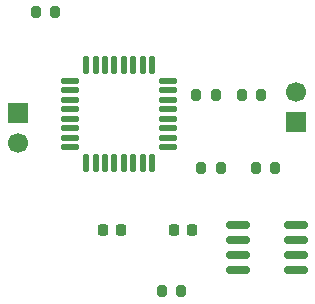
<source format=gbr>
%TF.GenerationSoftware,KiCad,Pcbnew,9.0.3*%
%TF.CreationDate,2025-11-11T20:03:35+05:30*%
%TF.ProjectId,mixed sig pcb(using microcontroller),6d697865-6420-4736-9967-207063622875,rev?*%
%TF.SameCoordinates,Original*%
%TF.FileFunction,Soldermask,Top*%
%TF.FilePolarity,Negative*%
%FSLAX46Y46*%
G04 Gerber Fmt 4.6, Leading zero omitted, Abs format (unit mm)*
G04 Created by KiCad (PCBNEW 9.0.3) date 2025-11-11 20:03:35*
%MOMM*%
%LPD*%
G01*
G04 APERTURE LIST*
G04 Aperture macros list*
%AMRoundRect*
0 Rectangle with rounded corners*
0 $1 Rounding radius*
0 $2 $3 $4 $5 $6 $7 $8 $9 X,Y pos of 4 corners*
0 Add a 4 corners polygon primitive as box body*
4,1,4,$2,$3,$4,$5,$6,$7,$8,$9,$2,$3,0*
0 Add four circle primitives for the rounded corners*
1,1,$1+$1,$2,$3*
1,1,$1+$1,$4,$5*
1,1,$1+$1,$6,$7*
1,1,$1+$1,$8,$9*
0 Add four rect primitives between the rounded corners*
20,1,$1+$1,$2,$3,$4,$5,0*
20,1,$1+$1,$4,$5,$6,$7,0*
20,1,$1+$1,$6,$7,$8,$9,0*
20,1,$1+$1,$8,$9,$2,$3,0*%
G04 Aperture macros list end*
%ADD10R,1.700000X1.700000*%
%ADD11C,1.700000*%
%ADD12RoundRect,0.200000X0.200000X0.275000X-0.200000X0.275000X-0.200000X-0.275000X0.200000X-0.275000X0*%
%ADD13RoundRect,0.200000X-0.200000X-0.275000X0.200000X-0.275000X0.200000X0.275000X-0.200000X0.275000X0*%
%ADD14RoundRect,0.137500X-0.600000X-0.137500X0.600000X-0.137500X0.600000X0.137500X-0.600000X0.137500X0*%
%ADD15RoundRect,0.137500X-0.137500X-0.600000X0.137500X-0.600000X0.137500X0.600000X-0.137500X0.600000X0*%
%ADD16RoundRect,0.218750X-0.218750X-0.256250X0.218750X-0.256250X0.218750X0.256250X-0.218750X0.256250X0*%
%ADD17RoundRect,0.150000X-0.825000X-0.150000X0.825000X-0.150000X0.825000X0.150000X-0.825000X0.150000X0*%
%ADD18RoundRect,0.225000X-0.225000X-0.250000X0.225000X-0.250000X0.225000X0.250000X-0.225000X0.250000X0*%
G04 APERTURE END LIST*
D10*
%TO.C,J2*%
X172000000Y-95075000D03*
D11*
X172000000Y-92535000D03*
%TD*%
D12*
%TO.C,R1*%
X151600000Y-85800000D03*
X149950000Y-85800000D03*
%TD*%
D10*
%TO.C,J1*%
X148400000Y-94325000D03*
D11*
X148400000Y-96865000D03*
%TD*%
D13*
%TO.C,R3*%
X163950000Y-99000000D03*
X165600000Y-99000000D03*
%TD*%
%TO.C,R2*%
X168550000Y-99000000D03*
X170200000Y-99000000D03*
%TD*%
D14*
%TO.C,U1*%
X152837500Y-91600000D03*
X152837500Y-92400000D03*
X152837500Y-93200000D03*
X152837500Y-94000000D03*
X152837500Y-94800000D03*
X152837500Y-95600000D03*
X152837500Y-96400000D03*
X152837500Y-97200000D03*
D15*
X154200000Y-98562500D03*
X155000000Y-98562500D03*
X155800000Y-98562500D03*
X156600000Y-98562500D03*
X157400000Y-98562500D03*
X158200000Y-98562500D03*
X159000000Y-98562500D03*
X159800000Y-98562500D03*
D14*
X161162500Y-97200000D03*
X161162500Y-96400000D03*
X161162500Y-95600000D03*
X161162500Y-94800000D03*
X161162500Y-94000000D03*
X161162500Y-93200000D03*
X161162500Y-92400000D03*
X161162500Y-91600000D03*
D15*
X159800000Y-90237500D03*
X159000000Y-90237500D03*
X158200000Y-90237500D03*
X157400000Y-90237500D03*
X156600000Y-90237500D03*
X155800000Y-90237500D03*
X155000000Y-90237500D03*
X154200000Y-90237500D03*
%TD*%
D13*
%TO.C,R4*%
X167400000Y-92800000D03*
X169050000Y-92800000D03*
%TD*%
D16*
%TO.C,FB1*%
X155625000Y-104200000D03*
X157200000Y-104200000D03*
%TD*%
D12*
%TO.C,R6*%
X162250000Y-109400000D03*
X160600000Y-109400000D03*
%TD*%
D17*
%TO.C,U2*%
X167050000Y-103790000D03*
X167050000Y-105060000D03*
X167050000Y-106330000D03*
X167050000Y-107600000D03*
X172000000Y-107600000D03*
X172000000Y-106330000D03*
X172000000Y-105060000D03*
X172000000Y-103790000D03*
%TD*%
D13*
%TO.C,R5*%
X163550000Y-92800000D03*
X165200000Y-92800000D03*
%TD*%
D18*
%TO.C,C1*%
X161650000Y-104200000D03*
X163200000Y-104200000D03*
%TD*%
M02*

</source>
